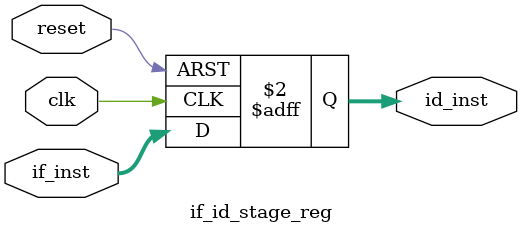
<source format=v>
`timescale 1ns / 1ps
module if_id_stage_reg #(
	parameter DATA_WIDTH = 32
) (
	input wire clk,
	input wire reset,
	input wire [DATA_WIDTH - 1:0] if_inst,

	output reg [DATA_WIDTH - 1:0] id_inst

);

always @(posedge clk or posedge reset)
	if (reset) begin
		id_inst <= {DATA_WIDTH{1'b0}};
	end else begin
		id_inst <= if_inst;
end


endmodule

</source>
